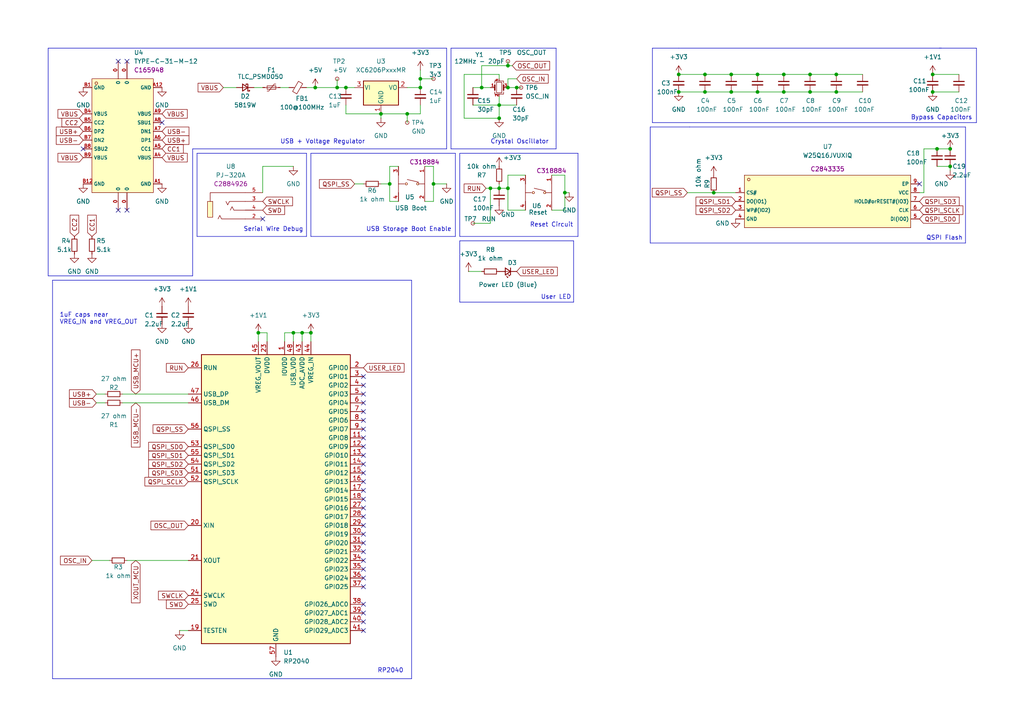
<source format=kicad_sch>
(kicad_sch (version 20231120) (generator "eeschema") (generator_version "8.0")
  (paper "A4")
  (lib_symbols
    (symbol "Connector:TestPoint_Small" (pin_numbers hide) (pin_names (offset 0.762) hide)
      (property "Reference" "TP" (at 0 3.81 0))
      (property "Value" "TestPoint_Small" (at 0 2.032 0))
      (symbol "TestPoint_Small_1_1"
        (pin passive line (at 0 0 90) (length 0) (name "1") (number "1"))
      )
    )
    (symbol "Device:C_Small" (pin_numbers hide) (pin_names (offset 0.254) hide)
      (property "Reference" "C" (at 0.254 1.778 0))
      (property "Value" "C_Small" (at 0.254 -2.032 0))
      (symbol "C_Small_1_1"
        (pin passive line (at 0 2.54 270) (length 2.032) (name "~") (number "1"))
        (pin passive line (at 0 -2.54 90) (length 2.032) (name "~") (number "2"))
      )
    )
    (symbol "Device:Crystal_GND24_Small" (pin_names (offset 1.016) hide)
      (property "Reference" "Y" (at 1.27 4.445 0))
      (property "Value" "Crystal_GND24_Small" (at 1.27 2.54 0))
      (symbol "Crystal_GND24_Small_1_1"
        (pin passive line (at -2.54 0 0) (length 1.27) (name "1") (number "1"))
        (pin passive line (at 0 -2.54 90) (length 0.635) (name "2") (number "2"))
        (pin passive line (at 2.54 0 180) (length 1.27) (name "3") (number "3"))
        (pin passive line (at 0 2.54 270) (length 0.635) (name "4") (number "4"))
      )
    )
    (symbol "Device:D_Schottky_Small" (pin_numbers hide) (pin_names (offset 0.254) hide)
      (property "Reference" "D" (at -1.27 2.032 0))
      (property "Value" "D_Schottky_Small" (at -7.112 -2.032 0))
      (symbol "D_Schottky_Small_1_1"
        (pin passive line (at -2.54 0 0) (length 1.778) (name "K") (number "1"))
        (pin passive line (at 2.54 0 180) (length 1.778) (name "A") (number "2"))
      )
    )
    (symbol "Device:FerriteBead_Small" (pin_numbers hide) (pin_names (offset 0))
      (property "Reference" "FB" (at 1.905 1.27 0))
      (property "Value" "FerriteBead_Small" (at 1.905 -1.27 0))
      (symbol "FerriteBead_Small_1_1"
        (pin passive line (at 0 2.54 270) (length 1.27) (name "~") (number "1"))
        (pin passive line (at 0 -2.54 90) (length 1.27) (name "~") (number "2"))
      )
    )
    (symbol "Device:LED_Small" (pin_numbers hide) (pin_names (offset 0.254) hide)
      (property "Reference" "D" (at -1.27 3.175 0))
      (property "Value" "LED_Small" (at -4.445 -2.54 0))
      (symbol "LED_Small_1_1"
        (pin passive line (at -2.54 0 0) (length 1.778) (name "K") (number "1"))
        (pin passive line (at 2.54 0 180) (length 1.778) (name "A") (number "2"))
      )
    )
    (symbol "Device:Polyfuse_Small" (pin_numbers hide) (pin_names (offset 0))
      (property "Reference" "F" (at -1.905 0 90))
      (property "Value" "Polyfuse_Small" (at 1.905 0 90))
      (symbol "Polyfuse_Small_1_1"
        (pin passive line (at 0 2.54 270) (length 0.635) (name "~") (number "1"))
        (pin passive line (at 0 -2.54 90) (length 0.635) (name "~") (number "2"))
      )
    )
    (symbol "Device:R_Small" (pin_numbers hide) (pin_names (offset 0.254) hide)
      (property "Reference" "R" (at 0.762 0.508 0))
      (property "Value" "R_Small" (at 0.762 -1.016 0))
      (symbol "R_Small_1_1"
        (pin passive line (at 0 2.54 270) (length 0.762) (name "~") (number "1"))
        (pin passive line (at 0 -2.54 90) (length 0.762) (name "~") (number "2"))
      )
    )
    (symbol "MCU_RaspberryPi:RP2040"
      (property "Reference" "U" (at 17.78 45.72 0))
      (property "Value" "RP2040" (at 17.78 43.18 0))
      (symbol "RP2040_1_1"
        (pin power_in line (at 2.54 45.72 270) (length 3.81) (name "IOVDD") (number "1"))
        (pin passive line (at 2.54 45.72 270) (length 3.81) hide (name "IOVDD") (number "10"))
        (pin bidirectional line (at 25.4 17.78 180) (length 3.81) (name "GPIO8") (number "11"))
        (pin bidirectional line (at 25.4 15.24 180) (length 3.81) (name "GPIO9") (number "12"))
        (pin bidirectional line (at 25.4 12.7 180) (length 3.81) (name "GPIO10") (number "13"))
        (pin bidirectional line (at 25.4 10.16 180) (length 3.81) (name "GPIO11") (number "14"))
        (pin bidirectional line (at 25.4 7.62 180) (length 3.81) (name "GPIO12") (number "15"))
        (pin bidirectional line (at 25.4 5.08 180) (length 3.81) (name "GPIO13") (number "16"))
        (pin bidirectional line (at 25.4 2.54 180) (length 3.81) (name "GPIO14") (number "17"))
        (pin bidirectional line (at 25.4 0 180) (length 3.81) (name "GPIO15") (number "18"))
        (pin input line (at -25.4 -38.1 0) (length 3.81) (name "TESTEN") (number "19"))
        (pin bidirectional line (at 25.4 38.1 180) (length 3.81) (name "GPIO0") (number "2"))
        (pin input line (at -25.4 -7.62 0) (length 3.81) (name "XIN") (number "20"))
        (pin passive line (at -25.4 -17.78 0) (length 3.81) (name "XOUT") (number "21"))
        (pin passive line (at 2.54 45.72 270) (length 3.81) hide (name "IOVDD") (number "22"))
        (pin power_in line (at -2.54 45.72 270) (length 3.81) (name "DVDD") (number "23"))
        (pin input line (at -25.4 -27.94 0) (length 3.81) (name "SWCLK") (number "24"))
        (pin bidirectional line (at -25.4 -30.48 0) (length 3.81) (name "SWD") (number "25"))
        (pin input line (at -25.4 38.1 0) (length 3.81) (name "RUN") (number "26"))
        (pin bidirectional line (at 25.4 -2.54 180) (length 3.81) (name "GPIO16") (number "27"))
        (pin bidirectional line (at 25.4 -5.08 180) (length 3.81) (name "GPIO17") (number "28"))
        (pin bidirectional line (at 25.4 -7.62 180) (length 3.81) (name "GPIO18") (number "29"))
        (pin bidirectional line (at 25.4 35.56 180) (length 3.81) (name "GPIO1") (number "3"))
        (pin bidirectional line (at 25.4 -10.16 180) (length 3.81) (name "GPIO19") (number "30"))
        (pin bidirectional line (at 25.4 -12.7 180) (length 3.81) (name "GPIO20") (number "31"))
        (pin bidirectional line (at 25.4 -15.24 180) (length 3.81) (name "GPIO21") (number "32"))
        (pin passive line (at 2.54 45.72 270) (length 3.81) hide (name "IOVDD") (number "33"))
        (pin bidirectional line (at 25.4 -17.78 180) (length 3.81) (name "GPIO22") (number "34"))
        (pin bidirectional line (at 25.4 -20.32 180) (length 3.81) (name "GPIO23") (number "35"))
        (pin bidirectional line (at 25.4 -22.86 180) (length 3.81) (name "GPIO24") (number "36"))
        (pin bidirectional line (at 25.4 -25.4 180) (length 3.81) (name "GPIO25") (number "37"))
        (pin bidirectional line (at 25.4 -30.48 180) (length 3.81) (name "GPIO26_ADC0") (number "38"))
        (pin bidirectional line (at 25.4 -33.02 180) (length 3.81) (name "GPIO27_ADC1") (number "39"))
        (pin bidirectional line (at 25.4 33.02 180) (length 3.81) (name "GPIO2") (number "4"))
        (pin bidirectional line (at 25.4 -35.56 180) (length 3.81) (name "GPIO28_ADC2") (number "40"))
        (pin bidirectional line (at 25.4 -38.1 180) (length 3.81) (name "GPIO29_ADC3") (number "41"))
        (pin passive line (at 2.54 45.72 270) (length 3.81) hide (name "IOVDD") (number "42"))
        (pin power_in line (at 7.62 45.72 270) (length 3.81) (name "ADC_AVDD") (number "43"))
        (pin power_in line (at 10.16 45.72 270) (length 3.81) (name "VREG_IN") (number "44"))
        (pin power_out line (at -5.08 45.72 270) (length 3.81) (name "VREG_VOUT") (number "45"))
        (pin bidirectional line (at -25.4 27.94 0) (length 3.81) (name "USB_DM") (number "46"))
        (pin bidirectional line (at -25.4 30.48 0) (length 3.81) (name "USB_DP") (number "47"))
        (pin power_in line (at 5.08 45.72 270) (length 3.81) (name "USB_VDD") (number "48"))
        (pin passive line (at 2.54 45.72 270) (length 3.81) hide (name "IOVDD") (number "49"))
        (pin bidirectional line (at 25.4 30.48 180) (length 3.81) (name "GPIO3") (number "5"))
        (pin passive line (at -2.54 45.72 270) (length 3.81) hide (name "DVDD") (number "50"))
        (pin bidirectional line (at -25.4 7.62 0) (length 3.81) (name "QSPI_SD3") (number "51"))
        (pin output line (at -25.4 5.08 0) (length 3.81) (name "QSPI_SCLK") (number "52"))
        (pin bidirectional line (at -25.4 15.24 0) (length 3.81) (name "QSPI_SD0") (number "53"))
        (pin bidirectional line (at -25.4 10.16 0) (length 3.81) (name "QSPI_SD2") (number "54"))
        (pin bidirectional line (at -25.4 12.7 0) (length 3.81) (name "QSPI_SD1") (number "55"))
        (pin bidirectional line (at -25.4 20.32 0) (length 3.81) (name "QSPI_SS") (number "56"))
        (pin power_in line (at 0 -45.72 90) (length 3.81) (name "GND") (number "57"))
        (pin bidirectional line (at 25.4 27.94 180) (length 3.81) (name "GPIO4") (number "6"))
        (pin bidirectional line (at 25.4 25.4 180) (length 3.81) (name "GPIO5") (number "7"))
        (pin bidirectional line (at 25.4 22.86 180) (length 3.81) (name "GPIO6") (number "8"))
        (pin bidirectional line (at 25.4 20.32 180) (length 3.81) (name "GPIO7") (number "9"))
      )
    )
    (symbol "Regulator_Linear:XC6206PxxxMR" (pin_names (offset 0.254))
      (property "Reference" "U" (at -3.81 3.175 0))
      (property "Value" "XC6206PxxxMR" (at 0 3.175 0))
      (symbol "XC6206PxxxMR_1_1"
        (pin power_in line (at 0 -7.62 90) (length 2.54) (name "GND") (number "1"))
        (pin power_out line (at 7.62 0 180) (length 2.54) (name "VO") (number "2"))
        (pin power_in line (at -7.62 0 0) (length 2.54) (name "VI") (number "3"))
      )
    )
    (symbol "power:+1V1" (power) (pin_numbers hide) (pin_names (offset 0) hide)
      (property "Value" "+1V1" (at 0 3.556 0))
      (symbol "+1V1_1_1"
        (pin power_in line (at 0 0 90) (length 0) (name "~") (number "1"))
      )
    )
    (symbol "power:+3.3V" (power) (pin_numbers hide) (pin_names (offset 0) hide)
      (property "Value" "+3.3V" (at 0 3.556 0))
      (symbol "+3.3V_1_1"
        (pin power_in line (at 0 0 90) (length 0) (name "~") (number "1"))
      )
    )
    (symbol "power:+5V" (power) (pin_numbers hide) (pin_names (offset 0) hide)
      (property "Value" "+5V" (at 0 3.556 0))
      (symbol "+5V_1_1"
        (pin power_in line (at 0 0 90) (length 0) (name "~") (number "1"))
      )
    )
    (symbol "power:GND" (power) (pin_numbers hide) (pin_names (offset 0) hide)
      (property "Value" "GND" (at 0 -3.81 0))
      (symbol "GND_1_1"
        (pin power_in line (at 0 0 270) (length 0) (name "~") (number "1"))
      )
    )
    (symbol "simple-usb-c:TYPE-C-31-M-12"
      (property "Reference" "U" (at 0 1.27 0))
      (property "Value" "TYPE-C-31-M-12" (at 0 -2.54 0))
      (property "LCSC" "C165948" (at 0 0 0))
      (symbol "TYPE-C-31-M-12_0_0"
        (pin unspecified line (at 0 -35.56 90) (length 5.08) (name "0") (number "0"))
        (pin unspecified line (at 0 7.62 270) (length 5.08) (name "0") (number "0"))
        (pin unspecified line (at 2.54 -35.56 90) (length 5.08) (name "0") (number "0"))
        (pin unspecified line (at 2.54 7.62 270) (length 5.08) (name "0") (number "0"))
        (pin unspecified line (at 12.7 -17.78 180) (length 2.54) (name "CC1") (number "A5"))
        (pin unspecified line (at 12.7 -15.24 180) (length 2.54) (name "DP1") (number "A6"))
        (pin unspecified line (at 12.7 -12.7 180) (length 2.54) (name "DN1") (number "A7"))
        (pin unspecified line (at 12.7 -10.16 180) (length 2.54) (name "SBU1") (number "A8"))
        (pin unspecified line (at -10.16 -10.16 0) (length 2.54) (name "CC2") (number "B5"))
        (pin unspecified line (at -10.16 -12.7 0) (length 2.54) (name "DP2") (number "B6"))
        (pin unspecified line (at -10.16 -15.24 0) (length 2.54) (name "DN2") (number "B7"))
        (pin unspecified line (at -10.16 -17.78 0) (length 2.54) (name "SBU2") (number "B8"))
      )
      (symbol "TYPE-C-31-M-12_1_0"
        (pin power_in line (at 12.7 -27.94 180) (length 2.54) (name "GND") (number "A1"))
        (pin power_in line (at 12.7 0 180) (length 2.54) (name "GND") (number "A12"))
        (pin power_in line (at 12.7 -20.32 180) (length 2.54) (name "VBUS") (number "A4"))
        (pin power_in line (at 12.7 -7.62 180) (length 2.54) (name "VBUS") (number "A9"))
        (pin power_in line (at -10.16 0 0) (length 2.54) (name "GND") (number "B1"))
        (pin power_in line (at -10.16 -27.94 0) (length 2.54) (name "GND") (number "B12"))
        (pin power_in line (at -10.16 -7.62 0) (length 2.54) (name "VBUS") (number "B4"))
        (pin power_in line (at -10.16 -20.32 0) (length 2.54) (name "VBUS") (number "B9"))
      )
    )
    (symbol "tactile-switch:TS-1187A-B-A-B" (pin_names hide)
      (property "Reference" "U" (at 0 1.27 0))
      (property "Value" "TS-1187A-B-A-B" (at 0 -2.54 0))
      (property "LCSC" "C318884" (at 0 0 0))
      (symbol "TS-1187A-B-A-B_0_0"
        (pin unspecified line (at -5.08 -10.16 0) (length 2.54) (name "A") (number "1"))
        (pin unspecified line (at 5.08 -10.16 180) (length 2.54) (name "B") (number "2"))
        (pin unspecified line (at -5.08 -17.78 0) (length 2.54) (name "C") (number "3"))
        (pin unspecified line (at 5.08 -17.78 180) (length 2.54) (name "D") (number "4"))
      )
    )
    (symbol "trrs-connector-pj320a:PJ-320A" (pin_names hide)
      (property "Reference" "U" (at 0 1.27 0))
      (property "Value" "PJ-320A" (at 0 -2.54 0))
      (property "LCSC" "C2884926" (at 0 0 0))
      (symbol "PJ-320A_0_0"
        (pin unspecified line (at 2.54 -17.78 180) (length 5.08) (name "2") (number "2"))
        (pin unspecified line (at 2.54 -12.7 180) (length 5.08) (name "3") (number "3"))
        (pin unspecified line (at 2.54 -15.24 180) (length 5.08) (name "4") (number "4"))
        (pin unspecified line (at 2.54 -10.16 180) (length 5.08) (name "5") (number "5"))
      )
    )
    (symbol "w25q16jvuxiq:W25Q16JVUXIQ"
      (property "Reference" "U" (at 0 1.27 0))
      (property "Value" "W25Q16JVUXIQ" (at 0 -2.54 0))
      (property "LCSC Part #" "C2843335" (at 0 0 0))
      (symbol "W25Q16JVUXIQ_0_0"
        (pin unspecified line (at -26.67 -8.89 0) (length 2.54) (name "CS#") (number "1"))
        (pin unspecified line (at -26.67 -11.43 0) (length 2.54) (name "DO(IO1)") (number "2"))
        (pin unspecified line (at -26.67 -13.97 0) (length 2.54) (name "WP#(IO2)") (number "3"))
        (pin unspecified line (at -26.67 -16.51 0) (length 2.54) (name "GND") (number "4"))
        (pin unspecified line (at 26.67 -16.51 180) (length 2.54) (name "DI(IO0)") (number "5"))
        (pin unspecified line (at 26.67 -13.97 180) (length 2.54) (name "CLK") (number "6"))
        (pin unspecified line (at 26.67 -11.43 180) (length 2.54) (name "HOLD#orRESET#(IO3)") (number "7"))
        (pin unspecified line (at 26.67 -8.89 180) (length 2.54) (name "VCC") (number "8"))
        (pin unspecified line (at 26.67 -6.35 180) (length 2.54) (name "EP") (number "9"))
      )
    )
  )
  (junction (at 212.09 26.67))
  (junction (at 196.85 21.59))
  (junction (at 219.71 21.59))
  (junction (at 147.32 54.61))
  (junction (at 113.03 53.34))
  (junction (at 227.33 26.67))
  (junction (at 207.01 55.88))
  (junction (at 121.92 25.4))
  (junction (at 275.59 43.18))
  (junction (at 275.59 48.26))
  (junction (at 147.32 25.4))
  (junction (at 121.92 22.86))
  (junction (at 144.78 30.48))
  (junction (at 147.32 19.05))
  (junction (at 234.95 21.59))
  (junction (at 242.57 21.59))
  (junction (at 74.93 96.52))
  (junction (at 270.51 26.67))
  (junction (at 139.7 25.4))
  (junction (at 163.83 55.88))
  (junction (at 204.47 26.67))
  (junction (at 234.95 26.67))
  (junction (at 149.86 25.4))
  (junction (at 271.78 43.18))
  (junction (at 87.63 96.52))
  (junction (at 227.33 21.59))
  (junction (at 212.09 21.59))
  (junction (at 100.33 25.4))
  (junction (at 85.09 96.52))
  (junction (at 144.78 54.61))
  (junction (at 90.17 96.52))
  (junction (at 142.24 54.61))
  (junction (at 144.78 34.29))
  (junction (at 270.51 21.59))
  (junction (at 118.11 33.02))
  (junction (at 204.47 21.59))
  (junction (at 91.44 25.4))
  (junction (at 110.49 33.02))
  (junction (at 242.57 26.67))
  (junction (at 125.73 53.34))
  (junction (at 97.79 25.4))
  (junction (at 219.71 26.67))
  (junction (at 196.85 26.67))
  (no_connect (at 105.41 175.26))
  (no_connect (at 105.41 149.86))
  (no_connect (at 105.41 132.08))
  (no_connect (at 105.41 160.02))
  (no_connect (at 105.41 167.64))
  (no_connect (at 105.41 157.48))
  (no_connect (at 24.13 43.18))
  (no_connect (at 105.41 127))
  (no_connect (at 76.2 63.5))
  (no_connect (at 105.41 180.34))
  (no_connect (at 105.41 177.8))
  (no_connect (at 105.41 129.54))
  (no_connect (at 36.83 60.96))
  (no_connect (at 105.41 142.24))
  (no_connect (at 105.41 144.78))
  (no_connect (at 105.41 147.32))
  (no_connect (at 105.41 137.16))
  (no_connect (at 105.41 134.62))
  (no_connect (at 105.41 152.4))
  (no_connect (at 105.41 165.1))
  (no_connect (at 105.41 162.56))
  (no_connect (at 105.41 154.94))
  (no_connect (at 105.41 109.22))
  (no_connect (at 46.99 35.56))
  (no_connect (at 105.41 114.3))
  (no_connect (at 34.29 60.96))
  (no_connect (at 105.41 170.18))
  (no_connect (at 105.41 124.46))
  (no_connect (at 105.41 111.76))
  (no_connect (at 105.41 116.84))
  (no_connect (at 36.83 17.78))
  (no_connect (at 105.41 182.88))
  (no_connect (at 34.29 17.78))
  (no_connect (at 105.41 121.92))
  (no_connect (at 105.41 139.7))
  (no_connect (at 266.7 53.34))
  (no_connect (at 105.41 119.38))
  (wire (pts (xy 102.87 53.34) (xy 105.41 53.34)))
  (wire (pts (xy 196.85 26.67) (xy 204.47 26.67)))
  (wire (pts (xy 85.09 48.26) (xy 76.2 48.26)))
  (polyline (pts (xy 166.37 69.85) (xy 166.37 87.63)))
  (wire (pts (xy 147.32 60.96) (xy 152.4 60.96)))
  (wire (pts (xy 134.62 34.29) (xy 144.78 34.29)))
  (wire (pts (xy 204.47 26.67) (xy 212.09 26.67)))
  (wire (pts (xy 123.19 48.26) (xy 125.73 48.26)))
  (wire (pts (xy 144.78 30.48) (xy 149.86 30.48)))
  (polyline (pts (xy 283.21 35.56) (xy 273.05 35.56)))
  (wire (pts (xy 163.83 55.88) (xy 165.1 55.88)))
  (wire (pts (xy 27.94 116.84) (xy 30.48 116.84)))
  (polyline (pts (xy 273.05 35.56) (xy 189.23 35.56)))
  (wire (pts (xy 147.32 54.61) (xy 147.32 60.96)))
  (wire (pts (xy 100.33 33.02) (xy 110.49 33.02)))
  (wire (pts (xy 85.09 96.52) (xy 87.63 96.52)))
  (wire (pts (xy 137.16 30.48) (xy 144.78 30.48)))
  (polyline (pts (xy 90.17 44.45) (xy 90.17 68.58)))
  (wire (pts (xy 123.19 58.42) (xy 125.73 58.42)))
  (polyline (pts (xy 167.64 44.45) (xy 167.64 68.58)))
  (wire (pts (xy 149.86 22.86) (xy 147.32 22.86)))
  (wire (pts (xy 118.11 33.02) (xy 118.11 35.56)))
  (polyline (pts (xy 13.97 13.97) (xy 129.54 13.97)))
  (wire (pts (xy 267.97 43.18) (xy 271.78 43.18)))
  (wire (pts (xy 97.79 22.86) (xy 97.79 25.4)))
  (polyline (pts (xy 88.9 44.45) (xy 88.9 68.58)))
  (polyline (pts (xy 90.17 44.45) (xy 132.08 44.45)))
  (wire (pts (xy 100.33 30.48) (xy 100.33 33.02)))
  (wire (pts (xy 113.03 48.26) (xy 115.57 48.26)))
  (wire (pts (xy 147.32 50.8) (xy 152.4 50.8)))
  (wire (pts (xy 139.7 19.05) (xy 147.32 19.05)))
  (wire (pts (xy 137.16 64.77) (xy 142.24 64.77)))
  (wire (pts (xy 266.7 55.88) (xy 267.97 55.88)))
  (wire (pts (xy 64.77 25.4) (xy 68.58 25.4)))
  (wire (pts (xy 97.79 25.4) (xy 100.33 25.4)))
  (wire (pts (xy 142.24 64.77) (xy 142.24 54.61)))
  (wire (pts (xy 113.03 53.34) (xy 113.03 58.42)))
  (wire (pts (xy 270.51 21.59) (xy 278.13 21.59)))
  (polyline (pts (xy 189.23 13.97) (xy 196.85 13.97)))
  (wire (pts (xy 81.28 25.4) (xy 83.82 25.4)))
  (polyline (pts (xy 130.81 13.97) (xy 161.29 13.97)))
  (wire (pts (xy 147.32 22.86) (xy 147.32 25.4)))
  (wire (pts (xy 212.09 26.67) (xy 219.71 26.67)))
  (wire (pts (xy 125.73 58.42) (xy 125.73 53.34)))
  (wire (pts (xy 91.44 25.4) (xy 97.79 25.4)))
  (wire (pts (xy 199.39 55.88) (xy 207.01 55.88)))
  (wire (pts (xy 207.01 55.88) (xy 213.36 55.88)))
  (wire (pts (xy 270.51 26.67) (xy 278.13 26.67)))
  (wire (pts (xy 275.59 48.26) (xy 275.59 49.53)))
  (polyline (pts (xy 130.81 13.97) (xy 130.81 43.18)))
  (wire (pts (xy 227.33 26.67) (xy 234.95 26.67)))
  (wire (pts (xy 87.63 96.52) (xy 87.63 99.06)))
  (wire (pts (xy 121.92 22.86) (xy 125.73 22.86)))
  (wire (pts (xy 147.32 25.4) (xy 149.86 25.4)))
  (polyline (pts (xy 166.37 87.63) (xy 133.35 87.63)))
  (wire (pts (xy 219.71 26.67) (xy 227.33 26.67)))
  (wire (pts (xy 204.47 21.59) (xy 212.09 21.59)))
  (polyline (pts (xy 188.595 70.485) (xy 188.595 36.83)))
  (wire (pts (xy 142.24 54.61) (xy 144.78 54.61)))
  (wire (pts (xy 36.83 162.56) (xy 54.61 162.56)))
  (polyline (pts (xy 280.035 36.83) (xy 280.035 70.485)))
  (wire (pts (xy 110.49 33.02) (xy 118.11 33.02)))
  (wire (pts (xy 74.93 96.52) (xy 74.93 99.06)))
  (wire (pts (xy 163.83 50.8) (xy 163.83 55.88)))
  (polyline (pts (xy 15.24 81.28) (xy 45.72 81.28)))
  (wire (pts (xy 134.62 21.59) (xy 134.62 34.29)))
  (wire (pts (xy 139.7 25.4) (xy 142.24 25.4)))
  (wire (pts (xy 147.32 54.61) (xy 147.32 50.8)))
  (wire (pts (xy 35.56 114.3) (xy 54.61 114.3)))
  (polyline (pts (xy 283.21 13.97) (xy 283.21 35.56)))
  (wire (pts (xy 234.95 21.59) (xy 242.57 21.59)))
  (polyline (pts (xy 188.595 36.83) (xy 200.025 36.83)))
  (polyline (pts (xy 132.08 68.58) (xy 90.17 68.58)))
  (wire (pts (xy 147.32 19.05) (xy 148.59 19.05)))
  (wire (pts (xy 125.73 53.34) (xy 129.54 53.34)))
  (wire (pts (xy 88.9 25.4) (xy 91.44 25.4)))
  (polyline (pts (xy 57.15 44.45) (xy 57.15 68.58)))
  (wire (pts (xy 110.49 33.02) (xy 110.49 34.29)))
  (wire (pts (xy 118.11 25.4) (xy 121.92 25.4)))
  (polyline (pts (xy 129.54 43.18) (xy 55.88 43.18)))
  (wire (pts (xy 135.89 78.74) (xy 139.7 78.74)))
  (wire (pts (xy 52.07 182.88) (xy 54.61 182.88)))
  (wire (pts (xy 26.67 162.56) (xy 31.75 162.56)))
  (polyline (pts (xy 13.97 13.97) (xy 13.97 80.01)))
  (wire (pts (xy 87.63 96.52) (xy 90.17 96.52)))
  (wire (pts (xy 219.71 21.59) (xy 227.33 21.59)))
  (polyline (pts (xy 272.415 13.97) (xy 283.21 13.97)))
  (wire (pts (xy 121.92 22.86) (xy 121.92 25.4)))
  (wire (pts (xy 74.93 96.52) (xy 77.47 96.52)))
  (wire (pts (xy 121.92 20.32) (xy 121.92 22.86)))
  (wire (pts (xy 271.78 48.26) (xy 275.59 48.26)))
  (wire (pts (xy 196.85 21.59) (xy 204.47 21.59)))
  (wire (pts (xy 144.78 54.61) (xy 147.32 54.61)))
  (polyline (pts (xy 15.24 196.85) (xy 15.24 81.28)))
  (wire (pts (xy 113.03 58.42) (xy 115.57 58.42)))
  (wire (pts (xy 139.7 19.05) (xy 139.7 25.4)))
  (wire (pts (xy 35.56 116.84) (xy 54.61 116.84)))
  (polyline (pts (xy 129.54 13.97) (xy 129.54 43.18)))
  (wire (pts (xy 100.33 25.4) (xy 102.87 25.4)))
  (wire (pts (xy 85.09 96.52) (xy 85.09 99.06)))
  (wire (pts (xy 149.86 25.4) (xy 151.13 25.4)))
  (wire (pts (xy 77.47 99.06) (xy 77.47 96.52)))
  (polyline (pts (xy 119.38 196.85) (xy 15.24 196.85)))
  (polyline (pts (xy 88.9 68.58) (xy 57.15 68.58)))
  (polyline (pts (xy 133.35 69.85) (xy 166.37 69.85)))
  (wire (pts (xy 73.66 25.4) (xy 76.2 25.4)))
  (polyline (pts (xy 200.025 36.83) (xy 280.035 36.83)))
  (wire (pts (xy 118.11 33.02) (xy 121.92 33.02)))
  (polyline (pts (xy 196.85 13.97) (xy 273.05 13.97)))
  (wire (pts (xy 144.78 21.59) (xy 144.78 22.86)))
  (polyline (pts (xy 57.15 44.45) (xy 88.9 44.45)))
  (polyline (pts (xy 280.035 70.485) (xy 188.595 70.485)))
  (polyline (pts (xy 133.35 44.45) (xy 133.35 68.58)))
  (wire (pts (xy 267.97 55.88) (xy 267.97 43.18)))
  (wire (pts (xy 110.49 53.34) (xy 113.03 53.34)))
  (wire (pts (xy 144.78 53.34) (xy 144.78 54.61)))
  (polyline (pts (xy 119.38 81.28) (xy 119.38 196.85)))
  (wire (pts (xy 160.02 60.96) (xy 163.83 60.96)))
  (wire (pts (xy 271.78 43.18) (xy 275.59 43.18)))
  (wire (pts (xy 82.55 99.06) (xy 82.55 96.52)))
  (polyline (pts (xy 161.29 13.97) (xy 161.29 43.18)))
  (wire (pts (xy 242.57 21.59) (xy 250.19 21.59)))
  (wire (pts (xy 140.97 54.61) (xy 142.24 54.61)))
  (polyline (pts (xy 45.72 81.28) (xy 119.38 81.28)))
  (wire (pts (xy 121.92 30.48) (xy 121.92 33.02)))
  (wire (pts (xy 147.32 17.78) (xy 147.32 19.05)))
  (wire (pts (xy 227.33 21.59) (xy 234.95 21.59)))
  (wire (pts (xy 234.95 26.67) (xy 242.57 26.67)))
  (polyline (pts (xy 161.29 43.18) (xy 130.81 43.18)))
  (wire (pts (xy 160.02 50.8) (xy 163.83 50.8)))
  (polyline (pts (xy 55.88 80.01) (xy 13.97 80.01)))
  (polyline (pts (xy 189.23 35.56) (xy 189.23 13.97)))
  (polyline (pts (xy 132.08 44.45) (xy 132.08 68.58)))
  (wire (pts (xy 144.78 27.94) (xy 144.78 30.48)))
  (wire (pts (xy 82.55 96.52) (xy 85.09 96.52)))
  (wire (pts (xy 144.78 21.59) (xy 134.62 21.59)))
  (polyline (pts (xy 133.35 69.85) (xy 133.35 87.63)))
  (wire (pts (xy 137.16 25.4) (xy 139.7 25.4)))
  (wire (pts (xy 163.83 55.88) (xy 163.83 60.96)))
  (wire (pts (xy 76.2 48.26) (xy 76.2 55.88)))
  (polyline (pts (xy 133.35 44.45) (xy 167.64 44.45)))
  (wire (pts (xy 125.73 48.26) (xy 125.73 53.34)))
  (wire (pts (xy 242.57 26.67) (xy 250.19 26.67)))
  (wire (pts (xy 27.94 114.3) (xy 30.48 114.3)))
  (polyline (pts (xy 55.88 43.18) (xy 55.88 80.01)))
  (polyline (pts (xy 167.64 68.58) (xy 133.35 68.58)))
  (wire (pts (xy 212.09 21.59) (xy 219.71 21.59)))
  (wire (pts (xy 144.78 30.48) (xy 144.78 34.29)))
  (wire (pts (xy 113.03 53.34) (xy 113.03 48.26)))
  (wire (pts (xy 90.17 96.52) (xy 90.17 99.06)))
  (text "USB + Voltage Regulator" (at 81.28 41.91 0) (effects (font (size 1.27 1.27)) (justify left bottom)))
  (text "Bypass Capacitors" (at 264.16 34.925 0) (effects (font (size 1.27 1.27)) (justify left bottom)))
  (text "User LED" (at 156.845 86.995 0) (effects (font (size 1.27 1.27)) (justify left bottom)))
  (text "Serial Wire Debug" (at 70.612 67.31 0) (effects (font (size 1.27 1.27)) (justify left bottom)))
  (text "Crystal Oscillator" (at 142.24 41.91 0) (effects (font (size 1.27 1.27)) (justify left bottom)))
  (text "Reset Circuit" (at 153.67 66.04 0) (effects (font (size 1.27 1.27)) (justify left bottom)))
  (text "1uF caps near\nVREG_IN and VREG_OUT" (at 17.272 94.234 0) (effects (font (size 1.27 1.27)) (justify left bottom)))
  (text "RP2040" (at 109.474 195.326 0) (effects (font (size 1.27 1.27)) (justify left bottom)))
  (text "QSPI Flash" (at 268.605 69.85 0) (effects (font (size 1.27 1.27)) (justify left bottom)))
  (text "USB Storage Boot Enable" (at 106.172 67.31 0) (effects (font (size 1.27 1.27)) (justify left bottom)))
  (global_label "USB_MCU+" (shape input) (at 39.37 114.3 90) (property "Intersheetrefs" "${INTERSHEET_REFS}" (effects (hide yes))))
  (global_label "QSPI_SCLK" (shape input) (at 266.7 60.96 0) (property "Intersheetrefs" "${INTERSHEET_REFS}" (effects (hide yes))))
  (global_label "VBUS" (shape input) (at 46.99 45.72 0) (property "Intersheetrefs" "${INTERSHEET_REFS}" (effects (hide yes))))
  (global_label "CC2" (shape input) (at 21.59 68.58 90) (property "Intersheetrefs" "${INTERSHEET_REFS}" (effects (hide yes))))
  (global_label "VBUS" (shape input) (at 24.13 33.02 180) (property "Intersheetrefs" "${INTERSHEET_REFS}" (effects (hide yes))))
  (global_label "USB-" (shape input) (at 27.94 116.84 180) (property "Intersheetrefs" "${INTERSHEET_REFS}" (effects (hide yes))))
  (global_label "USB+" (shape input) (at 46.99 40.64 0) (property "Intersheetrefs" "${INTERSHEET_REFS}" (effects (hide yes))))
  (global_label "QSPI_SD2" (shape input) (at 54.61 134.62 180) (property "Intersheetrefs" "${INTERSHEET_REFS}" (effects (hide yes))))
  (global_label "CC1" (shape input) (at 26.67 68.58 90) (property "Intersheetrefs" "${INTERSHEET_REFS}" (effects (hide yes))))
  (global_label "QSPI_SD2" (shape input) (at 213.36 60.96 180) (property "Intersheetrefs" "${INTERSHEET_REFS}" (effects (hide yes))))
  (global_label "CC1" (shape input) (at 46.99 43.18 0) (property "Intersheetrefs" "${INTERSHEET_REFS}" (effects (hide yes))))
  (global_label "VBUS" (shape input) (at 64.77 25.4 180) (property "Intersheetrefs" "${INTERSHEET_REFS}" (effects (hide yes))))
  (global_label "QSPI_SS" (shape input) (at 199.39 55.88 180) (property "Intersheetrefs" "${INTERSHEET_REFS}" (effects (hide yes))))
  (global_label "QSPI_SCLK" (shape input) (at 54.61 139.7 180) (property "Intersheetrefs" "${INTERSHEET_REFS}" (effects (hide yes))))
  (global_label "USB-" (shape input) (at 24.13 40.64 180) (property "Intersheetrefs" "${INTERSHEET_REFS}" (effects (hide yes))))
  (global_label "VBUS" (shape input) (at 24.13 45.72 180) (property "Intersheetrefs" "${INTERSHEET_REFS}" (effects (hide yes))))
  (global_label "USER_LED" (shape input) (at 149.86 78.74 0) (property "Intersheetrefs" "${INTERSHEET_REFS}" (effects (hide yes))))
  (global_label "QSPI_SD3" (shape input) (at 54.61 137.16 180) (property "Intersheetrefs" "${INTERSHEET_REFS}" (effects (hide yes))))
  (global_label "XOUT_MCU" (shape input) (at 39.37 162.56 270) (property "Intersheetrefs" "${INTERSHEET_REFS}" (effects (hide yes))))
  (global_label "USB+" (shape input) (at 27.94 114.3 180) (property "Intersheetrefs" "${INTERSHEET_REFS}" (effects (hide yes))))
  (global_label "SWCLK" (shape input) (at 54.61 172.72 180) (property "Intersheetrefs" "${INTERSHEET_REFS}" (effects (hide yes))))
  (global_label "QSPI_SD3" (shape input) (at 266.7 58.42 0) (property "Intersheetrefs" "${INTERSHEET_REFS}" (effects (hide yes))))
  (global_label "QSPI_SS" (shape input) (at 54.61 124.46 180) (property "Intersheetrefs" "${INTERSHEET_REFS}" (effects (hide yes))))
  (global_label "USER_LED" (shape input) (at 105.41 106.68 0) (property "Intersheetrefs" "${INTERSHEET_REFS}" (effects (hide yes))))
  (global_label "USB-" (shape input) (at 46.99 38.1 0) (property "Intersheetrefs" "${INTERSHEET_REFS}" (effects (hide yes))))
  (global_label "SWD" (shape input) (at 54.61 175.26 180) (property "Intersheetrefs" "${INTERSHEET_REFS}" (effects (hide yes))))
  (global_label "CC2" (shape input) (at 24.13 35.56 180) (property "Intersheetrefs" "${INTERSHEET_REFS}" (effects (hide yes))))
  (global_label "QSPI_SD0" (shape input) (at 54.61 129.54 180) (property "Intersheetrefs" "${INTERSHEET_REFS}" (effects (hide yes))))
  (global_label "QSPI_SD1" (shape input) (at 54.61 132.08 180) (property "Intersheetrefs" "${INTERSHEET_REFS}" (effects (hide yes))))
  (global_label "USB+" (shape input) (at 24.13 38.1 180) (property "Intersheetrefs" "${INTERSHEET_REFS}" (effects (hide yes))))
  (global_label "OSC_OUT" (shape input) (at 148.59 19.05 0) (property "Intersheetrefs" "${INTERSHEET_REFS}" (effects (hide yes))))
  (global_label "OSC_IN" (shape input) (at 149.86 22.86 0) (property "Intersheetrefs" "${INTERSHEET_REFS}" (effects (hide yes))))
  (global_label "VBUS" (shape input) (at 46.99 33.02 0) (property "Intersheetrefs" "${INTERSHEET_REFS}" (effects (hide yes))))
  (global_label "RUN" (shape input) (at 140.97 54.61 180) (property "Intersheetrefs" "${INTERSHEET_REFS}" (effects (hide yes))))
  (global_label "SWCLK" (shape input) (at 76.2 58.42 0) (property "Intersheetrefs" "${INTERSHEET_REFS}" (effects (hide yes))))
  (global_label "SWD" (shape input) (at 76.2 60.96 0) (property "Intersheetrefs" "${INTERSHEET_REFS}" (effects (hide yes))))
  (global_label "OSC_IN" (shape input) (at 26.67 162.56 180) (property "Intersheetrefs" "${INTERSHEET_REFS}" (effects (hide yes))))
  (global_label "QSPI_SS" (shape input) (at 102.87 53.34 180) (property "Intersheetrefs" "${INTERSHEET_REFS}" (effects (hide yes))))
  (global_label "QSPI_SD1" (shape input) (at 213.36 58.42 180) (property "Intersheetrefs" "${INTERSHEET_REFS}" (effects (hide yes))))
  (global_label "RUN" (shape input) (at 54.61 106.68 180) (property "Intersheetrefs" "${INTERSHEET_REFS}" (effects (hide yes))))
  (global_label "USB_MCU-" (shape input) (at 39.37 116.84 270) (property "Intersheetrefs" "${INTERSHEET_REFS}" (effects (hide yes))))
  (global_label "QSPI_SD0" (shape input) (at 266.7 63.5 0) (property "Intersheetrefs" "${INTERSHEET_REFS}" (effects (hide yes))))
  (global_label "OSC_OUT" (shape input) (at 54.61 152.4 180) (property "Intersheetrefs" "${INTERSHEET_REFS}" (effects (hide yes))))
  (symbol (lib_id "power:+5V") (at 91.44 25.4 0) (unit 1)
    (property "Reference" "#PWR020" (effects (hide yes)))
    (property "Value" "+5V" (at 91.44 20.32 0))
    (property "Description" "Power symbol creates a global label with name \"+5V\"" (effects (hide yes)))
  )
  (symbol (lib_id "Device:C_Small") (at 196.85 24.13 0) (unit 1)
    (property "Reference" "C3" (at 191.77 24.13 0) (effects (justify left)))
    (property "Value" "100nF" (at 190.5 26.67 0) (effects (justify left)))
    (property "Footprint" "Capacitor_SMD:C_0402_1005Metric" (effects (hide yes)))
    (property "LCSC" "C307331" (effects (hide yes)))
  )
  (symbol (lib_id "Device:R_Small") (at 34.29 162.56 90) (unit 1)
    (property "Reference" "R3" (at 34.29 164.465 90))
    (property "Value" "1k ohm" (at 34.29 167.005 90))
    (property "Footprint" "Resistor_SMD:R_0603_1608Metric" (effects (hide yes)))
    (property "LCSC" "C21190" (effects (hide yes)))
  )
  (symbol (lib_id "power:GND") (at 46.99 53.34 0) (unit 1)
    (property "Reference" "#PWR016" (effects (hide yes)))
    (property "Value" "GND" (at 46.99 58.42 0))
    (property "Description" "Power symbol creates a global label with name \"GND\" , ground" (effects (hide yes)))
  )
  (symbol (lib_id "Device:R_Small") (at 33.02 116.84 270) (unit 1)
    (property "Reference" "R1" (at 33.02 123.19 90))
    (property "Value" "27 ohm" (at 33.02 120.65 90))
    (property "Footprint" "Resistor_SMD:R_0603_1608Metric" (effects (hide yes)))
    (property "LCSC" "C25190" (effects (hide yes)))
  )
  (symbol (lib_id "Device:R_Small") (at 21.59 71.12 0) (unit 1)
    (property "Reference" "R4" (at 17.78 69.85 0) (effects (justify left)))
    (property "Value" "5.1k" (at 16.51 72.39 0) (effects (justify left)))
    (property "Footprint" "Resistor_SMD:R_0603_1608Metric" (effects (hide yes)))
    (property "LCSC" "C23186" (effects (hide yes)))
  )
  (symbol (lib_id "power:GND") (at 80.01 190.5 0) (unit 1)
    (property "Reference" "#PWR08" (effects (hide yes)))
    (property "Value" "GND" (at 80.01 195.58 0))
    (property "Description" "Power symbol creates a global label with name \"GND\" , ground" (effects (hide yes)))
  )
  (symbol (lib_id "Device:R_Small") (at 207.01 53.34 0) (unit 1)
    (property "Reference" "R9" (at 205.105 53.34 90))
    (property "Value" "10k ohm" (at 202.565 50.165 90))
    (property "Footprint" "Resistor_SMD:R_0603_1608Metric" (effects (hide yes)))
    (property "LCSC" "C25804" (effects (hide yes)))
  )
  (symbol (lib_id "trrs-connector-pj320a:PJ-320A") (at 73.66 45.72 0) (unit 1)
    (property "Reference" "U8" (at 66.929 48.26 0))
    (property "Value" "PJ-320A" (at 66.929 50.8 0))
    (property "Footprint" "footprints:trrs-connector-pj320a" (effects (hide yes)))
    (property "Datasheet" "https://atta.szlcsc.com/upload/public/pdf/source/20211009/3530D3239D5E54DF713226555EC23A50.pdf" (effects (hide yes)))
    (property "LCSC" "C2884926" (at 66.929 53.34 0))
  )
  (symbol (lib_id "Device:C_Small") (at 271.78 45.72 0) (unit 1)
    (property "Reference" "C18" (at 262.89 44.45 0) (effects (justify left)))
    (property "Value" "100nF" (at 262.89 46.99 0) (effects (justify left)))
    (property "Footprint" "Capacitor_SMD:C_0402_1005Metric" (effects (hide yes)))
    (property "LCSC" "C307331" (effects (hide yes)))
  )
  (symbol (lib_id "power:GND") (at 52.07 182.88 0) (unit 1)
    (property "Reference" "#PWR07" (effects (hide yes)))
    (property "Value" "GND" (at 52.07 187.96 0))
    (property "Description" "Power symbol creates a global label with name \"GND\" , ground" (effects (hide yes)))
  )
  (symbol (lib_id "power:GND") (at 129.54 53.34 0) (unit 1)
    (property "Reference" "#PWR024" (effects (hide yes)))
    (property "Value" "GND" (at 129.54 58.42 0))
    (property "Description" "Power symbol creates a global label with name \"GND\" , ground" (effects (hide yes)))
  )
  (symbol (lib_id "power:GND") (at 110.49 34.29 0) (unit 1)
    (property "Reference" "#PWR021" (effects (hide yes)))
    (property "Value" "GND" (at 110.49 39.37 0))
    (property "Description" "Power symbol creates a global label with name \"GND\" , ground" (effects (hide yes)))
  )
  (symbol (lib_id "Device:C_Small") (at 270.51 24.13 0) (unit 1)
    (property "Reference" "C11" (at 264.795 23.495 0) (effects (justify left)))
    (property "Value" "100nF" (at 263.525 26.035 0) (effects (justify left)))
    (property "Footprint" "Capacitor_SMD:C_0402_1005Metric" (effects (hide yes)))
    (property "LCSC" "C307331" (effects (hide yes)))
  )
  (symbol (lib_id "Connector:TestPoint_Small") (at 137.16 64.77 0) (unit 1)
    (property "Reference" "TP7" (at 134.62 63.5 0) (effects (justify left)))
    (property "Value" "RUN" (at 139.7 63.5 0) (effects (justify left)))
    (property "Footprint" "TestPoint:TestPoint_Pad_D1.0mm" (effects (hide yes)))
  )
  (symbol (lib_id "power:+3.3V") (at 121.92 20.32 0) (unit 1)
    (property "Reference" "#PWR019" (effects (hide yes)))
    (property "Value" "+3V3" (at 121.92 15.24 0))
    (property "Description" "Power symbol creates a global label with name \"+3.3V\"" (effects (hide yes)))
  )
  (symbol (lib_id "Device:C_Small") (at 204.47 24.13 0) (unit 1)
    (property "Reference" "C4" (at 203.2 29.21 0) (effects (justify left)))
    (property "Value" "100nF" (at 201.93 31.75 0) (effects (justify left)))
    (property "Footprint" "Capacitor_SMD:C_0402_1005Metric" (effects (hide yes)))
    (property "LCSC" "C307331" (effects (hide yes)))
  )
  (symbol (lib_id "Connector:TestPoint_Small") (at 125.73 22.86 0) (unit 1)
    (property "Reference" "TP3" (at 124.46 19.05 0) (effects (justify left)))
    (property "Value" "3v3" (at 124.46 21.59 0) (effects (justify left)))
    (property "Footprint" "TestPoint:TestPoint_Pad_D1.0mm" (effects (hide yes)))
  )
  (symbol (lib_id "MCU_RaspberryPi:RP2040") (at 80.01 144.78 0) (unit 1)
    (property "Reference" "U1" (at 82.2041 189.23 0) (effects (justify left)))
    (property "Value" "RP2040" (at 82.2041 191.77 0) (effects (justify left)))
    (property "Footprint" "Package_DFN_QFN:QFN-56-1EP_7x7mm_P0.4mm_EP3.2x3.2mm" (effects (hide yes)))
    (property "Datasheet" "https://datasheets.raspberrypi.com/rp2040/rp2040-datasheet.pdf" (effects (hide yes)))
    (property "Description" "A microcontroller by Raspberry Pi" (effects (hide yes)))
    (property "LCSC" "C2040" (effects (hide yes)))
  )
  (symbol (lib_id "Connector:TestPoint_Small") (at 151.13 25.4 0) (unit 1)
    (property "Reference" "TP6" (at 152.4 25.4 0) (effects (justify left)))
    (property "Value" "OSC_IN" (at 152.4 27.94 0) (effects (justify left)))
    (property "Footprint" "TestPoint:TestPoint_Pad_D1.0mm" (effects (hide yes)))
  )
  (symbol (lib_id "power:+1V1") (at 54.61 88.9 0) (unit 1)
    (property "Reference" "#PWR02" (effects (hide yes)))
    (property "Value" "+1V1" (at 54.61 83.82 0))
    (property "Description" "Power symbol creates a global label with name \"+1V1\"" (effects (hide yes)))
  )
  (symbol (lib_id "Device:C_Small") (at 46.99 91.44 0) (unit 1)
    (property "Reference" "C1" (at 41.91 91.44 0) (effects (justify left)))
    (property "Value" "2.2uF" (at 41.91 93.98 0) (effects (justify left)))
    (property "Footprint" "Capacitor_SMD:C_0603_1608Metric" (effects (hide yes)))
    (property "LCSC" "C23630" (effects (hide yes)))
  )
  (symbol (lib_id "Device:R_Small") (at 33.02 114.3 270) (unit 1)
    (property "Reference" "R2" (at 33.02 112.395 90))
    (property "Value" "27 ohm" (at 33.02 109.855 90))
    (property "Footprint" "Resistor_SMD:R_0603_1608Metric" (effects (hide yes)))
    (property "LCSC" "C25190" (effects (hide yes)))
  )
  (symbol (lib_id "power:GND") (at 24.13 25.4 0) (unit 1)
    (property "Reference" "#PWR013" (effects (hide yes)))
    (property "Value" "GND" (at 24.13 30.48 0))
    (property "Description" "Power symbol creates a global label with name \"GND\" , ground" (effects (hide yes)))
  )
  (symbol (lib_id "power:+3.3V") (at 196.85 21.59 0) (unit 1)
    (property "Reference" "#PWR09" (effects (hide yes)))
    (property "Value" "+3V3" (at 196.85 16.51 0))
    (property "Description" "Power symbol creates a global label with name \"+3.3V\"" (effects (hide yes)))
  )
  (symbol (lib_id "tactile-switch:TS-1187A-B-A-B") (at 170.18 55.88 270) (unit 1)
    (property "Reference" "U6" (at 154.305 59.69 90) (effects (justify left)))
    (property "Value" "Reset" (at 158.75 61.595 90) (effects (justify right)))
    (property "Footprint" "footprints:tactile-switch" (effects (hide yes)))
    (property "Datasheet" "https://item.szlcsc.com/300285.html" (effects (hide yes)))
    (property "LCSC" "C318884" (at 155.575 49.53 90) (effects (justify left)))
  )
  (symbol (lib_id "power:+3.3V") (at 207.01 50.8 0) (unit 1)
    (property "Reference" "#PWR031" (effects (hide yes)))
    (property "Value" "+3V3" (at 207.01 45.72 0))
    (property "Description" "Power symbol creates a global label with name \"+3.3V\"" (effects (hide yes)))
  )
  (symbol (lib_id "power:GND") (at 85.09 48.26 0) (unit 1)
    (property "Reference" "#PWR023" (effects (hide yes)))
    (property "Value" "GND" (at 85.09 53.34 0))
    (property "Description" "Power symbol creates a global label with name \"GND\" , ground" (effects (hide yes)))
  )
  (symbol (lib_id "power:GND") (at 270.51 26.67 0) (unit 1)
    (property "Reference" "#PWR012" (effects (hide yes)))
    (property "Value" "GND" (at 270.51 31.75 0))
    (property "Description" "Power symbol creates a global label with name \"GND\" , ground" (effects (hide yes)))
  )
  (symbol (lib_id "power:GND") (at 165.1 55.88 0) (unit 1)
    (property "Reference" "#PWR026" (effects (hide yes)))
    (property "Value" "GND" (at 165.1 60.96 0))
    (property "Description" "Power symbol creates a global label with name \"GND\" , ground" (effects (hide yes)))
  )
  (symbol (lib_id "Device:C_Small") (at 242.57 24.13 0) (unit 1)
    (property "Reference" "C9" (at 241.3 29.21 0) (effects (justify left)))
    (property "Value" "100nF" (at 240.03 31.75 0) (effects (justify left)))
    (property "Footprint" "Capacitor_SMD:C_0402_1005Metric" (effects (hide yes)))
    (property "LCSC" "C307331" (effects (hide yes)))
  )
  (symbol (lib_id "w25q16jvuxiq:W25Q16JVUXIQ") (at 240.03 46.99 0) (unit 1)
    (property "Reference" "U7" (at 240.03 42.545 0))
    (property "Value" "W25Q16JVUXIQ" (at 240.03 45.085 0))
    (property "Footprint" "footprints:w25q16jvuxiq" (effects (hide yes)))
    (property "Datasheet" "https://item.szlcsc.com/355847.html" (effects (hide yes)))
    (property "LCSC" "C2843335" (at 240.03 49.022 0))
  )
  (symbol (lib_id "power:GND") (at 213.36 63.5 0) (unit 1)
    (property "Reference" "#PWR032" (effects (hide yes)))
    (property "Value" "GND" (at 209.55 64.77 0))
    (property "Description" "Power symbol creates a global label with name \"GND\" , ground" (effects (hide yes)))
  )
  (symbol (lib_id "Device:C_Small") (at 275.59 45.72 0) (unit 1)
    (property "Reference" "C19" (at 276.225 48.26 0) (effects (justify left)))
    (property "Value" "2.2uF" (at 276.225 50.8 0) (effects (justify left)))
    (property "Footprint" "Capacitor_SMD:C_0603_1608Metric" (effects (hide yes)))
    (property "LCSC" "C23630" (effects (hide yes)))
  )
  (symbol (lib_id "Device:C_Small") (at 250.19 24.13 0) (unit 1)
    (property "Reference" "C10" (at 248.92 29.21 0) (effects (justify left)))
    (property "Value" "100nF" (at 247.65 31.75 0) (effects (justify left)))
    (property "Footprint" "Capacitor_SMD:C_0402_1005Metric" (effects (hide yes)))
    (property "LCSC" "C307331" (effects (hide yes)))
  )
  (symbol (lib_id "power:GND") (at 26.67 73.66 0) (unit 1)
    (property "Reference" "#PWR018" (effects (hide yes)))
    (property "Value" "GND" (at 26.67 78.74 0))
    (property "Description" "Power symbol creates a global label with name \"GND\" , ground" (effects (hide yes)))
  )
  (symbol (lib_id "tactile-switch:TS-1187A-B-A-B") (at 133.35 53.34 270) (unit 1)
    (property "Reference" "U5" (at 117.475 57.15 90) (effects (justify left)))
    (property "Value" "USB Boot" (at 123.825 60.325 90) (effects (justify right)))
    (property "Footprint" "footprints:tactile-switch" (effects (hide yes)))
    (property "Datasheet" "https://item.szlcsc.com/300285.html" (effects (hide yes)))
    (property "LCSC" "C318884" (at 118.745 46.99 90) (effects (justify left)))
  )
  (symbol (lib_id "power:GND") (at 24.13 53.34 0) (unit 1)
    (property "Reference" "#PWR015" (effects (hide yes)))
    (property "Value" "GND" (at 24.13 58.42 0))
    (property "Description" "Power symbol creates a global label with name \"GND\" , ground" (effects (hide yes)))
  )
  (symbol (lib_id "Device:R_Small") (at 26.67 71.12 0) (unit 1)
    (property "Reference" "R5" (at 27.94 69.85 0) (effects (justify left)))
    (property "Value" "5.1k" (at 27.94 72.39 0) (effects (justify left)))
    (property "Footprint" "Resistor_SMD:R_0603_1608Metric" (effects (hide yes)))
    (property "LCSC" "C23186" (effects (hide yes)))
  )
  (symbol (lib_id "power:+1V1") (at 270.51 21.59 0) (unit 1)
    (property "Reference" "#PWR010" (effects (hide yes)))
    (property "Value" "+1V1" (at 270.51 16.51 0))
    (property "Description" "Power symbol creates a global label with name \"+1V1\"" (effects (hide yes)))
  )
  (symbol (lib_id "Device:C_Small") (at 212.09 24.13 0) (unit 1)
    (property "Reference" "C5" (at 210.82 29.21 0) (effects (justify left)))
    (property "Value" "100nF" (at 209.55 31.75 0) (effects (justify left)))
    (property "Footprint" "Capacitor_SMD:C_0402_1005Metric" (effects (hide yes)))
    (property "LCSC" "C307331" (effects (hide yes)))
  )
  (symbol (lib_id "Device:C_Small") (at 227.33 24.13 0) (unit 1)
    (property "Reference" "C7" (at 226.06 29.21 0) (effects (justify left)))
    (property "Value" "100nF" (at 224.79 31.75 0) (effects (justify left)))
    (property "Footprint" "Capacitor_SMD:C_0402_1005Metric" (effects (hide yes)))
    (property "LCSC" "C307331" (effects (hide yes)))
  )
  (symbol (lib_id "power:GND") (at 46.99 25.4 0) (unit 1)
    (property "Reference" "#PWR014" (effects (hide yes)))
    (property "Value" "GND" (at 46.99 30.48 0))
    (property "Description" "Power symbol creates a global label with name \"GND\" , ground" (effects (hide yes)))
  )
  (symbol (lib_id "Connector:TestPoint_Small") (at 97.79 22.86 0) (unit 1)
    (property "Reference" "TP2" (at 96.52 17.78 0) (effects (justify left)))
    (property "Value" "+5V" (at 96.52 20.32 0) (effects (justify left)))
    (property "Footprint" "TestPoint:TestPoint_Pad_D1.0mm" (effects (hide yes)))
    (property "Description" "test point" (effects (hide yes)))
  )
  (symbol (lib_id "power:GND") (at 144.78 34.29 0) (unit 1)
    (property "Reference" "#PWR022" (effects (hide yes)))
    (property "Value" "GND" (at 144.78 39.37 0))
    (property "Description" "Power symbol creates a global label with name \"GND\" , ground" (effects (hide yes)))
  )
  (symbol (lib_id "power:GND") (at 46.99 93.98 0) (unit 1)
    (property "Reference" "#PWR03" (effects (hide yes)))
    (property "Value" "GND" (at 46.99 99.06 0))
    (property "Description" "Power symbol creates a global label with name \"GND\" , ground" (effects (hide yes)))
  )
  (symbol (lib_id "Regulator_Linear:XC6206PxxxMR") (at 110.49 25.4 0) (unit 1)
    (property "Reference" "U3" (at 110.49 17.78 0))
    (property "Value" "XC6206PxxxMR" (at 110.49 20.32 0))
    (property "Footprint" "Package_TO_SOT_SMD:SOT-23-3" (effects (hide yes)))
    (property "Datasheet" "https://www.torexsemi.com/file/xc6206/XC6206.pdf" (effects (hide yes)))
    (property "Description" "Positive 60-250mA Low Dropout Regulator, Fixed Output, SOT-23" (effects (hide yes)))
    (property "LCSC" "C5446" (effects (hide yes)))
  )
  (symbol (lib_id "Device:R_Small") (at 107.95 53.34 90) (unit 1)
    (property "Reference" "R6" (at 107.95 55.245 90))
    (property "Value" "1k ohm" (at 107.95 57.785 90))
    (property "Footprint" "Resistor_SMD:R_0603_1608Metric" (effects (hide yes)))
    (property "LCSC" "C21190" (effects (hide yes)))
  )
  (symbol (lib_id "power:GND") (at 275.59 49.53 0) (unit 1)
    (property "Reference" "#PWR030" (effects (hide yes)))
    (property "Value" "GND" (at 273.05 53.34 0))
    (property "Description" "Power symbol creates a global label with name \"GND\" , ground" (effects (hide yes)))
  )
  (symbol (lib_id "Device:C_Small") (at 278.13 24.13 0) (unit 1)
    (property "Reference" "C12" (at 276.86 29.21 0) (effects (justify left)))
    (property "Value" "100nF" (at 275.59 31.75 0) (effects (justify left)))
    (property "Footprint" "Capacitor_SMD:C_0402_1005Metric" (effects (hide yes)))
    (property "LCSC" "C307331" (effects (hide yes)))
  )
  (symbol (lib_id "power:+3.3V") (at 46.99 88.9 0) (unit 1)
    (property "Reference" "#PWR01" (effects (hide yes)))
    (property "Value" "+3V3" (at 46.99 83.82 0))
    (property "Description" "Power symbol creates a global label with name \"+3.3V\"" (effects (hide yes)))
  )
  (symbol (lib_id "Device:C_Small") (at 121.92 27.94 0) (unit 1)
    (property "Reference" "C14" (at 124.46 26.6762 0) (effects (justify left)))
    (property "Value" "1uF" (at 124.46 29.2162 0) (effects (justify left)))
    (property "Footprint" "Capacitor_SMD:C_0402_1005Metric" (effects (hide yes)))
    (property "LCSC" "C52923" (effects (hide yes)))
  )
  (symbol (lib_id "Connector:TestPoint_Small") (at 147.32 17.78 0) (unit 1)
    (property "Reference" "TP5" (at 144.78 15.24 0) (effects (justify left)))
    (property "Value" "OSC_OUT" (at 149.86 15.24 0) (effects (justify left)))
    (property "Footprint" "TestPoint:TestPoint_Pad_D1.0mm" (effects (hide yes)))
  )
  (symbol (lib_id "power:GND") (at 196.85 26.67 0) (unit 1)
    (property "Reference" "#PWR011" (effects (hide yes)))
    (property "Value" "GND" (at 196.85 31.75 0))
    (property "Description" "Power symbol creates a global label with name \"GND\" , ground" (effects (hide yes)))
  )
  (symbol (lib_id "power:GND") (at 21.59 73.66 0) (unit 1)
    (property "Reference" "#PWR017" (effects (hide yes)))
    (property "Value" "GND" (at 21.59 78.74 0))
    (property "Description" "Power symbol creates a global label with name \"GND\" , ground" (effects (hide yes)))
  )
  (symbol (lib_id "power:+3.3V") (at 144.78 48.26 0) (unit 1)
    (property "Reference" "#PWR025" (effects (hide yes)))
    (property "Value" "+3V3" (at 148.59 45.72 0))
    (property "Description" "Power symbol creates a global label with name \"+3.3V\"" (effects (hide yes)))
  )
  (symbol (lib_id "Device:R_Small") (at 142.24 78.74 90) (unit 1)
    (property "Reference" "R8" (at 142.24 72.39 90))
    (property "Value" "1k ohm" (at 142.24 74.93 90))
    (property "Footprint" "Resistor_SMD:R_0603_1608Metric" (effects (hide yes)))
    (property "LCSC" "C21190" (effects (hide yes)))
  )
  (symbol (lib_id "Device:C_Small") (at 137.16 27.94 0) (unit 1)
    (property "Reference" "C15" (at 138.43 29.21 0) (effects (justify left)))
    (property "Value" "30pF" (at 138.43 31.75 0) (effects (justify left)))
    (property "Footprint" "Capacitor_SMD:C_0603_1608Metric" (effects (hide yes)))
    (property "LCSC" "C1658" (effects (hide yes)))
  )
  (symbol (lib_id "Device:Crystal_GND24_Small") (at 144.78 25.4 0) (unit 1)
    (property "Reference" "Y1" (at 139.065 15.875 0))
    (property "Value" "12MHz - 20pF" (at 139.065 17.78 0))
    (property "Footprint" "Crystal:Crystal_SMD_3225-4Pin_3.2x2.5mm" (effects (hide yes)))
    (property "LCSC" "C9002" (effects (hide yes)))
  )
  (symbol (lib_id "Device:Polyfuse_Small") (at 78.74 25.4 90) (unit 1)
    (property "Reference" "F1" (at 78.74 20.32 90))
    (property "Value" "TLC_PSMD050" (at 75.565 22.225 90))
    (property "Footprint" "Fuse:Fuse_0805_2012Metric" (effects (hide yes)))
    (property "LCSC" "C261942" (effects (hide yes)))
  )
  (symbol (lib_id "power:+3.3V") (at 90.17 96.52 0) (unit 1)
    (property "Reference" "#PWR06" (effects (hide yes)))
    (property "Value" "+3V3" (at 90.17 91.44 0))
    (property "Description" "Power symbol creates a global label with name \"+3.3V\"" (effects (hide yes)))
  )
  (symbol (lib_id "Device:C_Small") (at 100.33 27.94 0) (unit 1)
    (property "Reference" "C13" (at 95.25 27.94 0) (effects (justify left)))
    (property "Value" "1uF" (at 95.25 30.48 0) (effects (justify left)))
    (property "Footprint" "Capacitor_SMD:C_0402_1005Metric" (effects (hide yes)))
    (property "LCSC" "C52923" (effects (hide yes)))
  )
  (symbol (lib_id "power:+3.3V") (at 135.89 78.74 0) (unit 1)
    (property "Reference" "#PWR028" (effects (hide yes)))
    (property "Value" "+3V3" (at 135.89 73.66 0))
    (property "Description" "Power symbol creates a global label with name \"+3.3V\"" (effects (hide yes)))
  )
  (symbol (lib_id "Device:LED_Small") (at 147.32 78.74 180) (unit 1)
    (property "Reference" "D3" (at 148.59 76.2 0))
    (property "Value" "Power LED (Blue)" (at 147.32 82.55 0))
    (property "Footprint" "LED_SMD:LED_0805_2012Metric" (effects (hide yes)))
    (property "LCSC" "C2297" (effects (hide yes)))
  )
  (symbol (lib_id "power:+3.3V") (at 275.59 43.18 0) (unit 1)
    (property "Reference" "#PWR029" (effects (hide yes)))
    (property "Value" "+3V3" (at 275.59 39.37 0))
    (property "Description" "Power symbol creates a global label with name \"+3.3V\"" (effects (hide yes)))
  )
  (symbol (lib_id "power:+1V1") (at 74.93 96.52 0) (unit 1)
    (property "Reference" "#PWR05" (effects (hide yes)))
    (property "Value" "+1V1" (at 74.93 91.44 0))
    (property "Description" "Power symbol creates a global label with name \"+1V1\"" (effects (hide yes)))
  )
  (symbol (lib_id "Device:C_Small") (at 144.78 57.15 0) (unit 1)
    (property "Reference" "C17" (at 137.16 57.785 0) (effects (justify left)))
    (property "Value" "100nF" (at 137.16 60.325 0) (effects (justify left)))
    (property "Footprint" "Capacitor_SMD:C_0402_1005Metric" (effects (hide yes)))
    (property "LCSC" "C307331" (effects (hide yes)))
  )
  (symbol (lib_id "simple-usb-c:TYPE-C-31-M-12") (at 34.29 25.4 0) (unit 1)
    (property "Reference" "U4" (at 38.8384 15.24 0) (effects (justify left)))
    (property "Value" "TYPE-C-31-M-12" (at 38.8384 17.78 0) (effects (justify left)))
    (property "Footprint" "footprints:simple-usb-c" (effects (hide yes)))
    (property "Datasheet" "https://so.szlcsc.com/global.html?c=&k=C165948" (effects (hide yes)))
    (property "LCSC" "C165948" (at 38.8384 20.32 0) (effects (justify left)))
  )
  (symbol (lib_id "Device:R_Small") (at 144.78 50.8 180) (unit 1)
    (property "Reference" "R7" (at 139.7 50.8 0))
    (property "Value" "10k ohm" (at 139.7 48.26 0))
    (property "Footprint" "Resistor_SMD:R_0603_1608Metric" (effects (hide yes)))
    (property "LCSC" "C25804" (effects (hide yes)))
  )
  (symbol (lib_id "Device:C_Small") (at 219.71 24.13 0) (unit 1)
    (property "Reference" "C6" (at 218.44 29.21 0) (effects (justify left)))
    (property "Value" "100nF" (at 217.17 31.75 0) (effects (justify left)))
    (property "Footprint" "Capacitor_SMD:C_0402_1005Metric" (effects (hide yes)))
    (property "LCSC" "C307331" (effects (hide yes)))
  )
  (symbol (lib_id "Connector:TestPoint_Small") (at 118.11 35.56 180) (unit 1)
    (property "Reference" "TP4" (at 119.38 35.56 0) (effects (justify right)))
    (property "Value" "GND" (at 119.38 38.1 0) (effects (justify right)))
    (property "Footprint" "TestPoint:TestPoint_Pad_D1.0mm" (effects (hide yes)))
    (property "Description" "test point" (effects (hide yes)))
  )
  (symbol (lib_id "power:GND") (at 144.78 59.69 0) (unit 1)
    (property "Reference" "#PWR027" (effects (hide yes)))
    (property "Value" "GND" (at 147.32 62.23 0))
    (property "Description" "Power symbol creates a global label with name \"GND\" , ground" (effects (hide yes)))
  )
  (symbol (lib_id "power:GND") (at 54.61 93.98 0) (unit 1)
    (property "Reference" "#PWR04" (effects (hide yes)))
    (property "Value" "GND" (at 54.61 99.06 0))
    (property "Description" "Power symbol creates a global label with name \"GND\" , ground" (effects (hide yes)))
  )
  (symbol (lib_id "Device:C_Small") (at 54.61 91.44 0) (unit 1)
    (property "Reference" "C2" (at 49.53 91.44 0) (effects (justify left)))
    (property "Value" "2.2uF" (at 49.53 93.98 0) (effects (justify left)))
    (property "Footprint" "Capacitor_SMD:C_0603_1608Metric" (effects (hide yes)))
    (property "LCSC" "C23630" (effects (hide yes)))
  )
  (symbol (lib_id "Device:C_Small") (at 149.86 27.94 0) (unit 1)
    (property "Reference" "C16" (at 148.59 31.75 0) (effects (justify left)))
    (property "Value" "30pF" (at 148.59 34.29 0) (effects (justify left)))
    (property "Footprint" "Capacitor_SMD:C_0603_1608Metric" (effects (hide yes)))
    (property "LCSC" "C1658" (effects (hide yes)))
  )
  (symbol (lib_id "Device:D_Schottky_Small") (at 71.12 25.4 180) (unit 1)
    (property "Reference" "D2" (at 71.12 27.94 0))
    (property "Value" "5819W" (at 71.12 30.48 0))
    (property "Footprint" "Diode_SMD:D_SOD-123" (effects (hide yes)))
    (property "LCSC" "C8598" (effects (hide yes)))
  )
  (symbol (lib_id "Device:FerriteBead_Small") (at 86.36 25.4 90) (unit 1)
    (property "Reference" "FB1" (at 87.63 28.575 90))
    (property "Value" "100@100MHz" (at 87.63 31.115 90))
    (property "Footprint" "Inductor_SMD:L_0805_2012Metric" (effects (hide yes)))
    (property "LCSC" "C1015" (effects (hide yes)))
  )
  (symbol (lib_id "Device:C_Small") (at 234.95 24.13 0) (unit 1)
    (property "Reference" "C8" (at 233.68 29.21 0) (effects (justify left)))
    (property "Value" "100nF" (at 232.41 31.75 0) (effects (justify left)))
    (property "Footprint" "Capacitor_SMD:C_0402_1005Metric" (effects (hide yes)))
    (property "LCSC" "C307331" (effects (hide yes)))
  )
)
</source>
